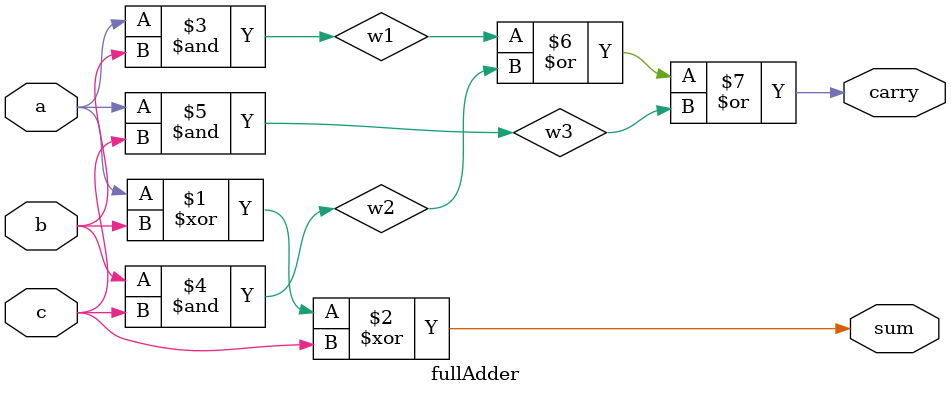
<source format=v>
module fullAdder(a,b,c,sum,carry);
  input a,b,c;
  output sum,carry;
  wire w1,w2,w3;
  
  // FullAdder using gate primitives.
  xor (sum,a,b,c);
  and (w1,a,b);
  and (w2,b,c);
  and (w3,a,c);
  or (carry,w1,w2,w3);
  /*
  FullAdder using DataFlow Model
  assign sum = (a^b^c);
  assign carry = ((a&b)|(b&c)|(c&a));
  */
endmodule

</source>
